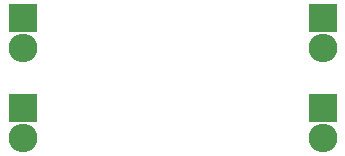
<source format=gbr>
G04 #@! TF.FileFunction,Soldermask,Bot*
%FSLAX46Y46*%
G04 Gerber Fmt 4.6, Leading zero omitted, Abs format (unit mm)*
G04 Created by KiCad (PCBNEW 4.0.3+e1-6302~38~ubuntu16.04.1-stable) date Sun Aug 28 11:49:07 2016*
%MOMM*%
%LPD*%
G01*
G04 APERTURE LIST*
%ADD10C,0.100000*%
%ADD11R,2.432000X2.432000*%
%ADD12O,2.432000X2.432000*%
G04 APERTURE END LIST*
D10*
D11*
X132080000Y-109220000D03*
D12*
X132080000Y-111760000D03*
D11*
X157480000Y-109220000D03*
D12*
X157480000Y-111760000D03*
D11*
X157480000Y-101600000D03*
D12*
X157480000Y-104140000D03*
D11*
X132080000Y-101600000D03*
D12*
X132080000Y-104140000D03*
M02*

</source>
